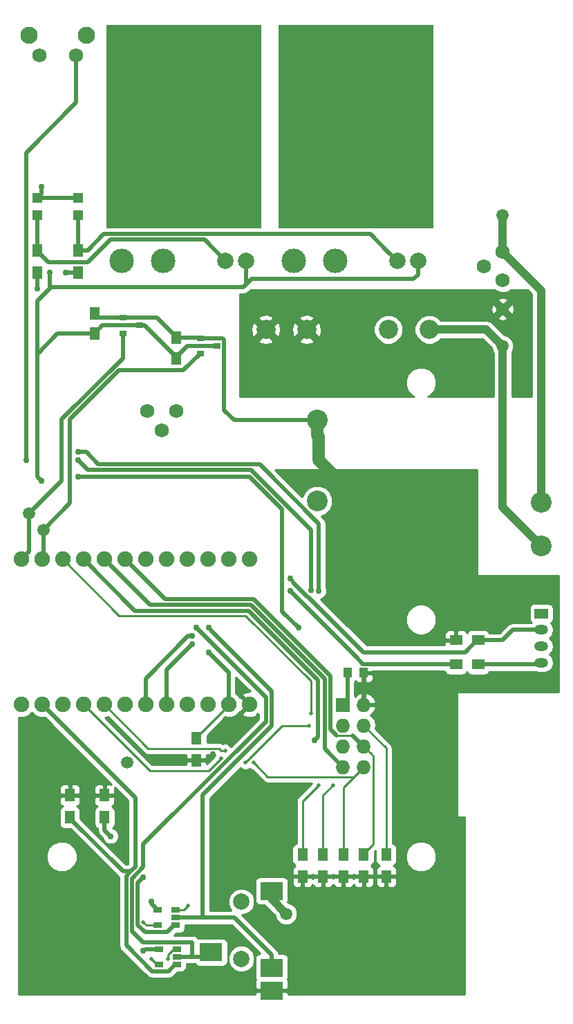
<source format=gtl>
G04 #@! TF.FileFunction,Copper,L1,Top,Signal*
%FSLAX46Y46*%
G04 Gerber Fmt 4.6, Leading zero omitted, Abs format (unit mm)*
G04 Created by KiCad (PCBNEW 4.0.5) date 01/03/17 14:11:24*
%MOMM*%
%LPD*%
G01*
G04 APERTURE LIST*
%ADD10C,0.100000*%
%ADD11C,3.000000*%
%ADD12C,2.000000*%
%ADD13R,19.000000X25.000000*%
%ADD14C,1.900000*%
%ADD15O,1.727200X1.727200*%
%ADD16R,1.727200X1.727200*%
%ADD17R,1.000000X1.250000*%
%ADD18R,1.250000X1.500000*%
%ADD19R,1.198880X1.198880*%
%ADD20C,2.349500*%
%ADD21R,2.800000X2.200000*%
%ADD22C,1.750000*%
%ADD23C,1.524000*%
%ADD24C,2.540000*%
%ADD25R,1.300000X1.500000*%
%ADD26R,1.500000X1.300000*%
%ADD27R,1.700000X1.200000*%
%ADD28O,1.700000X1.200000*%
%ADD29C,2.100000*%
%ADD30R,1.060000X0.650000*%
%ADD31R,0.900000X0.800000*%
%ADD32C,1.500000*%
%ADD33C,0.750000*%
%ADD34C,0.500000*%
%ADD35C,0.500000*%
%ADD36C,1.000000*%
%ADD37C,0.250000*%
%ADD38C,1.500000*%
%ADD39C,0.254000*%
G04 APERTURE END LIST*
D10*
D11*
X154380000Y-59580000D03*
X159460000Y-59580000D03*
D12*
X167080000Y-59580000D03*
X169620000Y-59580000D03*
D13*
X162000000Y-43150000D03*
D11*
X133380000Y-59580000D03*
X138460000Y-59580000D03*
D12*
X146080000Y-59580000D03*
X148620000Y-59580000D03*
D13*
X141000000Y-43150000D03*
D14*
X149000000Y-96110000D03*
X146460000Y-96110000D03*
X143920000Y-96110000D03*
X141380000Y-96110000D03*
X138840000Y-96110000D03*
X136300000Y-96110000D03*
X133760000Y-96110000D03*
X131220000Y-96110000D03*
X128680000Y-96110000D03*
X126140000Y-96110000D03*
X123600000Y-96110000D03*
X121060000Y-96110000D03*
X149000000Y-113890000D03*
X146460000Y-113890000D03*
X143920000Y-113890000D03*
X141380000Y-113890000D03*
X138840000Y-113890000D03*
X136300000Y-113890000D03*
X133760000Y-113890000D03*
X131220000Y-113890000D03*
X128680000Y-113890000D03*
X126140000Y-113890000D03*
X123600000Y-113890000D03*
X121060000Y-113890000D03*
D15*
X160460000Y-121540000D03*
X163000000Y-121540000D03*
X160460000Y-119000000D03*
X163000000Y-119000000D03*
X160460000Y-116460000D03*
X163000000Y-116460000D03*
D16*
X160460000Y-113920000D03*
D15*
X163000000Y-113920000D03*
D17*
X161000000Y-110000000D03*
X163000000Y-110000000D03*
D18*
X130000000Y-66000000D03*
X130000000Y-68500000D03*
X140000000Y-69000000D03*
X140000000Y-71500000D03*
D19*
X123000000Y-54000000D03*
X123000000Y-51901960D03*
X128000000Y-54000000D03*
X128000000Y-51901960D03*
D20*
X155997480Y-68000000D03*
X150998760Y-68000000D03*
X166000000Y-68000000D03*
X170998720Y-68000000D03*
D21*
X151700000Y-136700000D03*
X144300000Y-144200000D03*
X151700000Y-146100000D03*
D12*
X148000000Y-145000000D03*
D21*
X151700000Y-148900000D03*
D12*
X148000000Y-138000000D03*
D22*
X180000000Y-58500000D03*
X180000000Y-62000000D03*
X177700000Y-60250000D03*
D23*
X180000000Y-65500000D03*
D22*
X136500000Y-78000000D03*
X140000000Y-78000000D03*
X138250000Y-80300000D03*
D24*
X184716000Y-94493000D03*
X184716000Y-89184400D03*
X157284000Y-89006600D03*
X157284000Y-79100600D03*
D25*
X142500000Y-118000000D03*
X142500000Y-120700000D03*
D26*
X174300000Y-106000000D03*
X177000000Y-106000000D03*
X177000000Y-109000000D03*
X174300000Y-109000000D03*
D25*
X123000000Y-61000000D03*
X123000000Y-58300000D03*
X128000000Y-61000000D03*
X128000000Y-58300000D03*
D27*
X184750000Y-102750000D03*
D28*
X184750000Y-104750000D03*
X184750000Y-106750000D03*
X184750000Y-108750000D03*
D29*
X122000000Y-32000000D03*
D22*
X123260000Y-34490000D03*
X127760000Y-34490000D03*
D29*
X129010000Y-32000000D03*
D30*
X139950000Y-140900000D03*
X139950000Y-139950000D03*
X139950000Y-139000000D03*
X137750000Y-139000000D03*
X137750000Y-140900000D03*
X140100000Y-145700000D03*
X140100000Y-144750000D03*
X140100000Y-143800000D03*
X137900000Y-143800000D03*
X137900000Y-145700000D03*
D31*
X133500000Y-66550000D03*
X133500000Y-68450000D03*
X135500000Y-67500000D03*
X143000000Y-69050000D03*
X143000000Y-70950000D03*
X145000000Y-70000000D03*
D32*
X180000000Y-70000000D03*
X180000000Y-54000000D03*
X134000000Y-121000000D03*
X122000000Y-90500000D03*
X123750000Y-92500000D03*
D25*
X127000000Y-125000000D03*
X127000000Y-127700000D03*
X131250000Y-125000000D03*
X131250000Y-127700000D03*
X160500000Y-134950000D03*
X160500000Y-132250000D03*
X158000000Y-134950000D03*
X158000000Y-132250000D03*
X163000000Y-134950000D03*
X163000000Y-132250000D03*
X155500000Y-134950000D03*
X155500000Y-132250000D03*
X165750000Y-134950000D03*
X165750000Y-132250000D03*
D33*
X124500000Y-61000000D03*
X123500000Y-50500000D03*
D32*
X153500000Y-139500000D03*
D34*
X139000000Y-145000000D03*
X141500000Y-138500000D03*
D33*
X123500000Y-86500000D03*
D34*
X132500000Y-140500000D03*
X136000000Y-140500000D03*
X134000000Y-145000000D03*
X137000000Y-145000000D03*
D33*
X144500000Y-120000000D03*
D32*
X160000000Y-102000000D03*
D33*
X144000010Y-104500000D03*
X142500076Y-104500000D03*
X121625001Y-84000000D03*
X144000000Y-107500000D03*
X155000000Y-104500000D03*
X128000000Y-86000000D03*
X154000000Y-98500000D03*
X154000000Y-100000000D03*
X126500000Y-61000000D03*
X128000000Y-83000000D03*
X157500000Y-100000000D03*
X142000000Y-106500000D03*
X123000000Y-63000000D03*
X128000000Y-84000000D03*
X156500000Y-99879010D03*
X142000000Y-105500000D03*
X132000000Y-130000000D03*
X136000000Y-135000000D03*
X137000000Y-138000000D03*
X136000000Y-144000000D03*
D34*
X159250000Y-123750000D03*
X157500000Y-123750000D03*
D33*
X157000000Y-118250000D03*
D34*
X156500000Y-115000000D03*
X146000000Y-119500000D03*
X149500000Y-121000028D03*
X156250000Y-116500000D03*
X145500000Y-120500000D03*
X148500000Y-121000000D03*
D35*
X130000000Y-68500000D02*
X125500000Y-68500000D01*
X125500000Y-68500000D02*
X123000000Y-71000000D01*
X135500000Y-67500000D02*
X131000000Y-67500000D01*
X131000000Y-67500000D02*
X130000000Y-68500000D01*
X140000000Y-71500000D02*
X140000000Y-71375000D01*
X140000000Y-71375000D02*
X136125000Y-67500000D01*
X136125000Y-67500000D02*
X135500000Y-67500000D01*
X124700000Y-62800000D02*
X124500000Y-63000000D01*
X124500000Y-61000000D02*
X124500000Y-63000000D01*
X123000000Y-51901960D02*
X124099440Y-51901960D01*
X124099440Y-51901960D02*
X128000000Y-51901960D01*
X123500000Y-50500000D02*
X123500000Y-51401960D01*
X123500000Y-51401960D02*
X123000000Y-51901960D01*
X148250000Y-62800000D02*
X124700000Y-62800000D01*
X151700000Y-136700000D02*
X151700000Y-137700000D01*
D36*
X151700000Y-137700000D02*
X153500000Y-139500000D01*
D37*
X140100000Y-143800000D02*
X139700000Y-143800000D01*
X139700000Y-143800000D02*
X139000000Y-144500000D01*
X139000000Y-144500000D02*
X139000000Y-145000000D01*
X139950000Y-139000000D02*
X141000000Y-139000000D01*
X141000000Y-139000000D02*
X141500000Y-138500000D01*
D35*
X148620000Y-62430000D02*
X148250000Y-62800000D01*
X169097056Y-61800000D02*
X149250000Y-61800000D01*
X149250000Y-61800000D02*
X148250000Y-62800000D01*
X169620000Y-59580000D02*
X169620000Y-61277056D01*
X169620000Y-61277056D02*
X169097056Y-61800000D01*
X148620000Y-59580000D02*
X148620000Y-62430000D01*
X145050000Y-70000000D02*
X145000000Y-70000000D01*
X161000000Y-110000000D02*
X161000000Y-113380000D01*
X161000000Y-113380000D02*
X160460000Y-113920000D01*
X141375000Y-70000000D02*
X145000000Y-70000000D01*
X140000000Y-71375000D02*
X141375000Y-70000000D01*
X124500000Y-63000000D02*
X123000000Y-64500000D01*
X123000000Y-64500000D02*
X123000000Y-71000000D01*
X123000000Y-71000000D02*
X123000000Y-86000000D01*
X123000000Y-86000000D02*
X123500000Y-86500000D01*
D37*
X136400000Y-140900000D02*
X136000000Y-140500000D01*
X137750000Y-140900000D02*
X136400000Y-140900000D01*
X137900000Y-145700000D02*
X137700000Y-145700000D01*
X137700000Y-145700000D02*
X137000000Y-145000000D01*
D35*
X142500000Y-120700000D02*
X143800000Y-120700000D01*
X143800000Y-120700000D02*
X144500000Y-120000000D01*
D38*
X160500000Y-87000000D02*
X161500000Y-88000000D01*
X157500000Y-84000000D02*
X160500000Y-87000000D01*
X157500000Y-83500000D02*
X157500000Y-84000000D01*
X157500000Y-81112651D02*
X157500000Y-83500000D01*
X157284000Y-79100600D02*
X157284000Y-80896651D01*
X157284000Y-80896651D02*
X157500000Y-81112651D01*
D35*
X133500000Y-66550000D02*
X130550000Y-66550000D01*
X130550000Y-66550000D02*
X130000000Y-66000000D01*
X133500000Y-66550000D02*
X137675000Y-66550000D01*
X137675000Y-66550000D02*
X140000000Y-68875000D01*
X140000000Y-68875000D02*
X140000000Y-69000000D01*
X157284000Y-79100600D02*
X147100600Y-79100600D01*
X147100600Y-79100600D02*
X145900001Y-77900001D01*
X145900001Y-77900001D02*
X145900001Y-69239999D01*
X145900001Y-69239999D02*
X145710002Y-69050000D01*
X145710002Y-69050000D02*
X143950000Y-69050000D01*
X143950000Y-69050000D02*
X143000000Y-69050000D01*
X163000000Y-110000000D02*
X163000000Y-113920000D01*
X140000000Y-69000000D02*
X142950000Y-69000000D01*
X142950000Y-69000000D02*
X143000000Y-69050000D01*
X146080000Y-59580000D02*
X143500000Y-57000000D01*
X143500000Y-57000000D02*
X132000000Y-57000000D01*
X132000000Y-57000000D02*
X129200001Y-59799999D01*
X129200001Y-59799999D02*
X124399999Y-59799999D01*
X124399999Y-59799999D02*
X123000000Y-58400000D01*
X123000000Y-58400000D02*
X123000000Y-58300000D01*
X123000000Y-58300000D02*
X123000000Y-54000000D01*
X165880001Y-58380001D02*
X167080000Y-59580000D01*
X163799990Y-56299990D02*
X165880001Y-58380001D01*
X131150010Y-56299990D02*
X163799990Y-56299990D01*
X129150000Y-58300000D02*
X131150010Y-56299990D01*
X128000000Y-58300000D02*
X129150000Y-58300000D01*
X128000000Y-58300000D02*
X128000000Y-54000000D01*
D36*
X180000000Y-70000000D02*
X180000000Y-89777000D01*
X180000000Y-89777000D02*
X184716000Y-94493000D01*
X170998720Y-68000000D02*
X178000000Y-68000000D01*
X178000000Y-68000000D02*
X180000000Y-70000000D01*
D35*
X144375009Y-104874999D02*
X144000010Y-104500000D01*
X151750000Y-116500000D02*
X151750000Y-112249990D01*
X143250000Y-125000000D02*
X151750000Y-116500000D01*
X143250000Y-139950000D02*
X143250000Y-125000000D01*
X151750000Y-112249990D02*
X144375009Y-104874999D01*
X139950000Y-139950000D02*
X143250000Y-139950000D01*
X143250000Y-139950000D02*
X147150000Y-139950000D01*
X147150000Y-139950000D02*
X151700000Y-144500000D01*
X151700000Y-144500000D02*
X151700000Y-146100000D01*
X135974031Y-143000000D02*
X134599987Y-141625956D01*
X142500076Y-104500050D02*
X142500076Y-104500000D01*
X151000000Y-112999974D02*
X142500076Y-104500050D01*
X151000000Y-116000000D02*
X151000000Y-112999974D01*
X136000000Y-133778996D02*
X136000000Y-131000000D01*
X134599987Y-135179009D02*
X136000000Y-133778996D01*
X142000000Y-143000000D02*
X135974031Y-143000000D01*
X142000000Y-144750000D02*
X142000000Y-143000000D01*
X134599987Y-141625956D02*
X134599987Y-135179009D01*
X136000000Y-131000000D02*
X151000000Y-116000000D01*
X142000000Y-144750000D02*
X140100000Y-144750000D01*
X143750000Y-144750000D02*
X142000000Y-144750000D01*
X144300000Y-144200000D02*
X143750000Y-144750000D01*
D36*
X180000000Y-58500000D02*
X184716000Y-63216000D01*
X184716000Y-63216000D02*
X184716000Y-89184400D01*
X180000000Y-58500000D02*
X180000000Y-54000000D01*
D35*
X121625001Y-80958259D02*
X121625001Y-84000000D01*
X144000000Y-107500000D02*
X146460000Y-109960000D01*
X146460000Y-109960000D02*
X146460000Y-113890000D01*
X153000000Y-90000000D02*
X153000000Y-102500000D01*
X153000000Y-102500000D02*
X155000000Y-104500000D01*
X149000000Y-86000000D02*
X153000000Y-90000000D01*
X128000000Y-86000000D02*
X149000000Y-86000000D01*
X121625001Y-54000000D02*
X121625001Y-80958259D01*
D37*
X142500000Y-118000000D02*
X142500000Y-117900000D01*
X142500000Y-117900000D02*
X146460000Y-113940000D01*
X146460000Y-113940000D02*
X146460000Y-113890000D01*
D35*
X121625001Y-53374999D02*
X121625001Y-53274999D01*
X121625001Y-54000000D02*
X121625001Y-46364963D01*
X121625001Y-54000000D02*
X121625001Y-53374999D01*
X127760000Y-35727436D02*
X127760000Y-34490000D01*
X127760000Y-40229964D02*
X127760000Y-35727436D01*
X121625001Y-46364963D02*
X127760000Y-40229964D01*
X154374999Y-98874999D02*
X154000000Y-98500000D01*
X154374999Y-98975011D02*
X154374999Y-98874999D01*
X156204011Y-100704011D02*
X156103999Y-100704011D01*
X176900000Y-106000000D02*
X175400000Y-107500000D01*
X175400000Y-107500000D02*
X163000000Y-107500000D01*
X177000000Y-106000000D02*
X176900000Y-106000000D01*
X163000000Y-107500000D02*
X156204011Y-100704011D01*
X156103999Y-100704011D02*
X154374999Y-98975011D01*
X180000000Y-106000000D02*
X181250000Y-104750000D01*
X181250000Y-104750000D02*
X184750000Y-104750000D01*
X177000000Y-106000000D02*
X180000000Y-106000000D01*
X177000000Y-109000000D02*
X184500000Y-109000000D01*
X184500000Y-109000000D02*
X184750000Y-108750000D01*
X173000000Y-109000000D02*
X172924999Y-108924999D01*
X162924999Y-108924999D02*
X162000000Y-108000000D01*
X172924999Y-108924999D02*
X162924999Y-108924999D01*
X173050000Y-109000000D02*
X174300000Y-109000000D01*
X154000000Y-100000000D02*
X162000000Y-108000000D01*
X174300000Y-109000000D02*
X173000000Y-109000000D01*
X126500000Y-61000000D02*
X128000000Y-61000000D01*
X150231798Y-84500000D02*
X130500000Y-84500000D01*
X130500000Y-84500000D02*
X129000000Y-83000000D01*
X129000000Y-83000000D02*
X128000000Y-83000000D01*
X157500000Y-99500000D02*
X157500000Y-91768202D01*
X157500000Y-91768202D02*
X150231798Y-84500000D01*
X157500000Y-100000000D02*
X157500000Y-99500000D01*
X138840000Y-110160000D02*
X138840000Y-109660000D01*
X138840000Y-109660000D02*
X142000000Y-106500000D01*
X138840000Y-113890000D02*
X138840000Y-110160000D01*
X123000000Y-63000000D02*
X123000000Y-61000000D01*
X149200010Y-85200010D02*
X129200010Y-85200010D01*
X129200010Y-85200010D02*
X128000000Y-84000000D01*
X156500000Y-92500000D02*
X149200010Y-85200010D01*
X156500000Y-99879010D02*
X156500000Y-92500000D01*
X136300000Y-110700000D02*
X141500000Y-105500000D01*
X141500000Y-105500000D02*
X142000000Y-105500000D01*
X136300000Y-113890000D02*
X136300000Y-110700000D01*
X136188996Y-141725000D02*
X135299998Y-140836002D01*
X138920000Y-141725000D02*
X136188996Y-141725000D01*
X139745000Y-140900000D02*
X138920000Y-141725000D01*
X139950000Y-140900000D02*
X139745000Y-140900000D01*
X135299998Y-140836002D02*
X135299998Y-135700002D01*
X135625001Y-135374999D02*
X136000000Y-135000000D01*
X135299998Y-135700002D02*
X135625001Y-135374999D01*
X131250000Y-127700000D02*
X131250000Y-129250000D01*
X131250000Y-129250000D02*
X132000000Y-130000000D01*
X137000000Y-138000000D02*
X137000000Y-138250000D01*
X137000000Y-138250000D02*
X137750000Y-139000000D01*
X137900000Y-143800000D02*
X136200000Y-143800000D01*
X136200000Y-143800000D02*
X136000000Y-144000000D01*
X139895000Y-145700000D02*
X139070000Y-146525000D01*
X133899976Y-134889055D02*
X134474987Y-134314044D01*
X133899976Y-143364978D02*
X133899976Y-134889055D01*
X137059998Y-146525000D02*
X133899976Y-143364978D01*
X139070000Y-146525000D02*
X137059998Y-146525000D01*
X140100000Y-145700000D02*
X139895000Y-145700000D01*
X134474987Y-134314044D02*
X133514044Y-134314044D01*
X133514044Y-134314044D02*
X127000000Y-127800000D01*
X127000000Y-127800000D02*
X127000000Y-127700000D01*
X124549999Y-114839999D02*
X123600000Y-113890000D01*
X135000000Y-125290000D02*
X124549999Y-114839999D01*
X135000000Y-133789031D02*
X135000000Y-125290000D01*
X134474987Y-134314044D02*
X135000000Y-133789031D01*
D37*
X163000000Y-132250000D02*
X163000000Y-132150000D01*
X163000000Y-132150000D02*
X164188601Y-130961399D01*
X164188601Y-130961399D02*
X164188601Y-120188601D01*
X164188601Y-120188601D02*
X163863599Y-119863599D01*
X163863599Y-119863599D02*
X163000000Y-119000000D01*
D35*
X158924999Y-110424999D02*
X149500000Y-101000000D01*
X133760000Y-96110000D02*
X138650000Y-101000000D01*
X138650000Y-101000000D02*
X149500000Y-101000000D01*
X163000000Y-119000000D02*
X161648601Y-117648601D01*
X158924999Y-116924999D02*
X158924999Y-110424999D01*
X159648601Y-117648601D02*
X158924999Y-116924999D01*
D37*
X161648601Y-117648601D02*
X159648601Y-117648601D01*
X158000000Y-132250000D02*
X158000000Y-125000000D01*
X158000000Y-125000000D02*
X159250000Y-123750000D01*
D35*
X160460000Y-121540000D02*
X158224989Y-119304989D01*
X158224989Y-119304989D02*
X158224989Y-110724989D01*
X158224989Y-110724989D02*
X149200010Y-101700010D01*
X149200010Y-101700010D02*
X136810010Y-101700010D01*
X136810010Y-101700010D02*
X131220000Y-96110000D01*
D37*
X155500000Y-132250000D02*
X155500000Y-125750000D01*
X155500000Y-125750000D02*
X157500000Y-123750000D01*
D35*
X157374999Y-110874999D02*
X157374999Y-117875001D01*
X157374999Y-117875001D02*
X157000000Y-118250000D01*
X128680000Y-96110000D02*
X134970020Y-102400020D01*
X148900020Y-102400020D02*
X157374999Y-110874999D01*
X134970020Y-102400020D02*
X148900020Y-102400020D01*
D37*
X165750000Y-132250000D02*
X165750000Y-119210000D01*
X165750000Y-119210000D02*
X163000000Y-116460000D01*
X148500000Y-103000000D02*
X133030000Y-103000000D01*
X133030000Y-103000000D02*
X126140000Y-96110000D01*
X156500000Y-111000000D02*
X148500000Y-103000000D01*
X156500000Y-115000000D02*
X156500000Y-111000000D01*
D35*
X126000000Y-79000000D02*
X126000000Y-86500000D01*
X126000000Y-86500000D02*
X122000000Y-90500000D01*
X133500000Y-71500000D02*
X126000000Y-79000000D01*
X133500000Y-68450000D02*
X133500000Y-71500000D01*
X122000000Y-95170000D02*
X121060000Y-96110000D01*
X122000000Y-90500000D02*
X122000000Y-95170000D01*
X123750000Y-92500000D02*
X127000000Y-89250000D01*
X127000000Y-79000000D02*
X133000000Y-73000000D01*
X127000000Y-89250000D02*
X127000000Y-79000000D01*
X133000000Y-73000000D02*
X140900000Y-73000000D01*
X140900000Y-73000000D02*
X142950000Y-70950000D01*
X142950000Y-70950000D02*
X143000000Y-70950000D01*
X123750000Y-92500000D02*
X123750000Y-95960000D01*
X123750000Y-95960000D02*
X123600000Y-96110000D01*
X124000000Y-95710000D02*
X123600000Y-96110000D01*
D37*
X161811399Y-122728601D02*
X161750000Y-122728601D01*
X161750000Y-122728601D02*
X151228573Y-122728601D01*
X160500000Y-132250000D02*
X160500000Y-124040000D01*
X160500000Y-124040000D02*
X161750000Y-122790000D01*
X161750000Y-122790000D02*
X161750000Y-122728601D01*
X146000000Y-119500000D02*
X145499998Y-119500000D01*
X145499998Y-119500000D02*
X145249997Y-119249999D01*
X149749999Y-121250027D02*
X149500000Y-121000028D01*
X163000000Y-121540000D02*
X161811399Y-122728601D01*
X151228573Y-122728601D02*
X149749999Y-121250027D01*
X136579999Y-119249999D02*
X145249997Y-119249999D01*
X131220000Y-113890000D02*
X136579999Y-119249999D01*
X155896447Y-116500000D02*
X156250000Y-116500000D01*
X153000000Y-116500000D02*
X155896447Y-116500000D01*
X148500000Y-121000000D02*
X153000000Y-116500000D01*
X145500000Y-120500000D02*
X144000000Y-122000000D01*
X144000000Y-122000000D02*
X136790000Y-122000000D01*
X136790000Y-122000000D02*
X128680000Y-113890000D01*
D39*
G36*
X179143537Y-63279370D02*
X179698325Y-63509738D01*
X180299040Y-63510262D01*
X180854229Y-63280862D01*
X181008360Y-63127000D01*
X183021868Y-63127000D01*
X183581000Y-63686132D01*
X183581000Y-76173000D01*
X181135000Y-76173000D01*
X181135000Y-70823958D01*
X181173461Y-70785564D01*
X181384759Y-70276702D01*
X181385240Y-69725715D01*
X181174831Y-69216485D01*
X180785564Y-68826539D01*
X180276702Y-68615241D01*
X180220324Y-68615192D01*
X178802566Y-67197434D01*
X178796639Y-67193474D01*
X178434346Y-66951397D01*
X178000000Y-66865000D01*
X172422842Y-66865000D01*
X172152003Y-66593688D01*
X179363103Y-66593688D01*
X179445900Y-66812174D01*
X179990226Y-66924336D01*
X180536039Y-66819655D01*
X180554100Y-66812174D01*
X180636897Y-66593688D01*
X180000000Y-65956791D01*
X179363103Y-66593688D01*
X172152003Y-66593688D01*
X172025199Y-66466663D01*
X171360281Y-66190565D01*
X170640318Y-66189937D01*
X169974918Y-66464874D01*
X169465383Y-66973521D01*
X169189285Y-67638439D01*
X169188657Y-68358402D01*
X169463594Y-69023802D01*
X169972241Y-69533337D01*
X170637159Y-69809435D01*
X171357122Y-69810063D01*
X172022522Y-69535126D01*
X172423347Y-69135000D01*
X177529868Y-69135000D01*
X178614807Y-70219939D01*
X178614760Y-70274285D01*
X178825169Y-70783515D01*
X178865000Y-70823415D01*
X178865000Y-76173000D01*
X170887174Y-76173000D01*
X171066372Y-76098957D01*
X171597093Y-75569161D01*
X171884672Y-74876595D01*
X171885326Y-74126695D01*
X171598957Y-73433628D01*
X171069161Y-72902907D01*
X170376595Y-72615328D01*
X169626695Y-72614674D01*
X168933628Y-72901043D01*
X168402907Y-73430839D01*
X168115328Y-74123405D01*
X168114674Y-74873305D01*
X168401043Y-75566372D01*
X168930839Y-76097093D01*
X169113643Y-76173000D01*
X147827000Y-76173000D01*
X147827000Y-69398823D01*
X150056728Y-69398823D01*
X150192234Y-69659608D01*
X150888732Y-69841922D01*
X151601980Y-69743820D01*
X151805286Y-69659608D01*
X151940792Y-69398823D01*
X155055448Y-69398823D01*
X155190954Y-69659608D01*
X155887452Y-69841922D01*
X156600700Y-69743820D01*
X156804006Y-69659608D01*
X156939512Y-69398823D01*
X155997480Y-68456791D01*
X155055448Y-69398823D01*
X151940792Y-69398823D01*
X150998760Y-68456791D01*
X150056728Y-69398823D01*
X147827000Y-69398823D01*
X147827000Y-67889972D01*
X149156838Y-67889972D01*
X149254940Y-68603220D01*
X149339152Y-68806526D01*
X149599937Y-68942032D01*
X150541969Y-68000000D01*
X151455551Y-68000000D01*
X152397583Y-68942032D01*
X152658368Y-68806526D01*
X152840682Y-68110028D01*
X152810415Y-67889972D01*
X154155558Y-67889972D01*
X154253660Y-68603220D01*
X154337872Y-68806526D01*
X154598657Y-68942032D01*
X155540689Y-68000000D01*
X156454271Y-68000000D01*
X157396303Y-68942032D01*
X157657088Y-68806526D01*
X157774388Y-68358402D01*
X164189937Y-68358402D01*
X164464874Y-69023802D01*
X164973521Y-69533337D01*
X165638439Y-69809435D01*
X166358402Y-69810063D01*
X167023802Y-69535126D01*
X167533337Y-69026479D01*
X167809435Y-68361561D01*
X167810063Y-67641598D01*
X167535126Y-66976198D01*
X167026479Y-66466663D01*
X166361561Y-66190565D01*
X165641598Y-66189937D01*
X164976198Y-66464874D01*
X164466663Y-66973521D01*
X164190565Y-67638439D01*
X164189937Y-68358402D01*
X157774388Y-68358402D01*
X157839402Y-68110028D01*
X157741300Y-67396780D01*
X157657088Y-67193474D01*
X157396303Y-67057968D01*
X156454271Y-68000000D01*
X155540689Y-68000000D01*
X154598657Y-67057968D01*
X154337872Y-67193474D01*
X154155558Y-67889972D01*
X152810415Y-67889972D01*
X152742580Y-67396780D01*
X152658368Y-67193474D01*
X152397583Y-67057968D01*
X151455551Y-68000000D01*
X150541969Y-68000000D01*
X149599937Y-67057968D01*
X149339152Y-67193474D01*
X149156838Y-67889972D01*
X147827000Y-67889972D01*
X147827000Y-66601177D01*
X150056728Y-66601177D01*
X150998760Y-67543209D01*
X151940792Y-66601177D01*
X155055448Y-66601177D01*
X155997480Y-67543209D01*
X156939512Y-66601177D01*
X156804006Y-66340392D01*
X156107508Y-66158078D01*
X155394260Y-66256180D01*
X155190954Y-66340392D01*
X155055448Y-66601177D01*
X151940792Y-66601177D01*
X151805286Y-66340392D01*
X151108788Y-66158078D01*
X150395540Y-66256180D01*
X150192234Y-66340392D01*
X150056728Y-66601177D01*
X147827000Y-66601177D01*
X147827000Y-65490226D01*
X178575664Y-65490226D01*
X178680345Y-66036039D01*
X178687826Y-66054100D01*
X178906312Y-66136897D01*
X179543209Y-65500000D01*
X180456791Y-65500000D01*
X181093688Y-66136897D01*
X181312174Y-66054100D01*
X181424336Y-65509774D01*
X181319655Y-64963961D01*
X181312174Y-64945900D01*
X181093688Y-64863103D01*
X180456791Y-65500000D01*
X179543209Y-65500000D01*
X178906312Y-64863103D01*
X178687826Y-64945900D01*
X178575664Y-65490226D01*
X147827000Y-65490226D01*
X147827000Y-64406312D01*
X179363103Y-64406312D01*
X180000000Y-65043209D01*
X180636897Y-64406312D01*
X180554100Y-64187826D01*
X180009774Y-64075664D01*
X179463961Y-64180345D01*
X179445900Y-64187826D01*
X179363103Y-64406312D01*
X147827000Y-64406312D01*
X147827000Y-63685000D01*
X148249995Y-63685000D01*
X148250000Y-63685001D01*
X148532484Y-63628810D01*
X148588675Y-63617633D01*
X148875790Y-63425790D01*
X149174580Y-63127000D01*
X178991433Y-63127000D01*
X179143537Y-63279370D01*
X179143537Y-63279370D01*
G37*
X179143537Y-63279370D02*
X179698325Y-63509738D01*
X180299040Y-63510262D01*
X180854229Y-63280862D01*
X181008360Y-63127000D01*
X183021868Y-63127000D01*
X183581000Y-63686132D01*
X183581000Y-76173000D01*
X181135000Y-76173000D01*
X181135000Y-70823958D01*
X181173461Y-70785564D01*
X181384759Y-70276702D01*
X181385240Y-69725715D01*
X181174831Y-69216485D01*
X180785564Y-68826539D01*
X180276702Y-68615241D01*
X180220324Y-68615192D01*
X178802566Y-67197434D01*
X178796639Y-67193474D01*
X178434346Y-66951397D01*
X178000000Y-66865000D01*
X172422842Y-66865000D01*
X172152003Y-66593688D01*
X179363103Y-66593688D01*
X179445900Y-66812174D01*
X179990226Y-66924336D01*
X180536039Y-66819655D01*
X180554100Y-66812174D01*
X180636897Y-66593688D01*
X180000000Y-65956791D01*
X179363103Y-66593688D01*
X172152003Y-66593688D01*
X172025199Y-66466663D01*
X171360281Y-66190565D01*
X170640318Y-66189937D01*
X169974918Y-66464874D01*
X169465383Y-66973521D01*
X169189285Y-67638439D01*
X169188657Y-68358402D01*
X169463594Y-69023802D01*
X169972241Y-69533337D01*
X170637159Y-69809435D01*
X171357122Y-69810063D01*
X172022522Y-69535126D01*
X172423347Y-69135000D01*
X177529868Y-69135000D01*
X178614807Y-70219939D01*
X178614760Y-70274285D01*
X178825169Y-70783515D01*
X178865000Y-70823415D01*
X178865000Y-76173000D01*
X170887174Y-76173000D01*
X171066372Y-76098957D01*
X171597093Y-75569161D01*
X171884672Y-74876595D01*
X171885326Y-74126695D01*
X171598957Y-73433628D01*
X171069161Y-72902907D01*
X170376595Y-72615328D01*
X169626695Y-72614674D01*
X168933628Y-72901043D01*
X168402907Y-73430839D01*
X168115328Y-74123405D01*
X168114674Y-74873305D01*
X168401043Y-75566372D01*
X168930839Y-76097093D01*
X169113643Y-76173000D01*
X147827000Y-76173000D01*
X147827000Y-69398823D01*
X150056728Y-69398823D01*
X150192234Y-69659608D01*
X150888732Y-69841922D01*
X151601980Y-69743820D01*
X151805286Y-69659608D01*
X151940792Y-69398823D01*
X155055448Y-69398823D01*
X155190954Y-69659608D01*
X155887452Y-69841922D01*
X156600700Y-69743820D01*
X156804006Y-69659608D01*
X156939512Y-69398823D01*
X155997480Y-68456791D01*
X155055448Y-69398823D01*
X151940792Y-69398823D01*
X150998760Y-68456791D01*
X150056728Y-69398823D01*
X147827000Y-69398823D01*
X147827000Y-67889972D01*
X149156838Y-67889972D01*
X149254940Y-68603220D01*
X149339152Y-68806526D01*
X149599937Y-68942032D01*
X150541969Y-68000000D01*
X151455551Y-68000000D01*
X152397583Y-68942032D01*
X152658368Y-68806526D01*
X152840682Y-68110028D01*
X152810415Y-67889972D01*
X154155558Y-67889972D01*
X154253660Y-68603220D01*
X154337872Y-68806526D01*
X154598657Y-68942032D01*
X155540689Y-68000000D01*
X156454271Y-68000000D01*
X157396303Y-68942032D01*
X157657088Y-68806526D01*
X157774388Y-68358402D01*
X164189937Y-68358402D01*
X164464874Y-69023802D01*
X164973521Y-69533337D01*
X165638439Y-69809435D01*
X166358402Y-69810063D01*
X167023802Y-69535126D01*
X167533337Y-69026479D01*
X167809435Y-68361561D01*
X167810063Y-67641598D01*
X167535126Y-66976198D01*
X167026479Y-66466663D01*
X166361561Y-66190565D01*
X165641598Y-66189937D01*
X164976198Y-66464874D01*
X164466663Y-66973521D01*
X164190565Y-67638439D01*
X164189937Y-68358402D01*
X157774388Y-68358402D01*
X157839402Y-68110028D01*
X157741300Y-67396780D01*
X157657088Y-67193474D01*
X157396303Y-67057968D01*
X156454271Y-68000000D01*
X155540689Y-68000000D01*
X154598657Y-67057968D01*
X154337872Y-67193474D01*
X154155558Y-67889972D01*
X152810415Y-67889972D01*
X152742580Y-67396780D01*
X152658368Y-67193474D01*
X152397583Y-67057968D01*
X151455551Y-68000000D01*
X150541969Y-68000000D01*
X149599937Y-67057968D01*
X149339152Y-67193474D01*
X149156838Y-67889972D01*
X147827000Y-67889972D01*
X147827000Y-66601177D01*
X150056728Y-66601177D01*
X150998760Y-67543209D01*
X151940792Y-66601177D01*
X155055448Y-66601177D01*
X155997480Y-67543209D01*
X156939512Y-66601177D01*
X156804006Y-66340392D01*
X156107508Y-66158078D01*
X155394260Y-66256180D01*
X155190954Y-66340392D01*
X155055448Y-66601177D01*
X151940792Y-66601177D01*
X151805286Y-66340392D01*
X151108788Y-66158078D01*
X150395540Y-66256180D01*
X150192234Y-66340392D01*
X150056728Y-66601177D01*
X147827000Y-66601177D01*
X147827000Y-65490226D01*
X178575664Y-65490226D01*
X178680345Y-66036039D01*
X178687826Y-66054100D01*
X178906312Y-66136897D01*
X179543209Y-65500000D01*
X180456791Y-65500000D01*
X181093688Y-66136897D01*
X181312174Y-66054100D01*
X181424336Y-65509774D01*
X181319655Y-64963961D01*
X181312174Y-64945900D01*
X181093688Y-64863103D01*
X180456791Y-65500000D01*
X179543209Y-65500000D01*
X178906312Y-64863103D01*
X178687826Y-64945900D01*
X178575664Y-65490226D01*
X147827000Y-65490226D01*
X147827000Y-64406312D01*
X179363103Y-64406312D01*
X180000000Y-65043209D01*
X180636897Y-64406312D01*
X180554100Y-64187826D01*
X180009774Y-64075664D01*
X179463961Y-64180345D01*
X179445900Y-64187826D01*
X179363103Y-64406312D01*
X147827000Y-64406312D01*
X147827000Y-63685000D01*
X148249995Y-63685000D01*
X148250000Y-63685001D01*
X148532484Y-63628810D01*
X148588675Y-63617633D01*
X148875790Y-63425790D01*
X149174580Y-63127000D01*
X178991433Y-63127000D01*
X179143537Y-63279370D01*
G36*
X176873000Y-98000000D02*
X176883006Y-98049410D01*
X176911447Y-98091035D01*
X176953841Y-98118315D01*
X177000000Y-98127000D01*
X186815000Y-98127000D01*
X186815000Y-112373000D01*
X174500000Y-112373000D01*
X174453841Y-112381685D01*
X174411447Y-112408965D01*
X174383006Y-112450590D01*
X174373000Y-112500000D01*
X174373000Y-127500000D01*
X174381685Y-127546159D01*
X174408965Y-127588553D01*
X174450590Y-127616994D01*
X174500000Y-127627000D01*
X175373000Y-127627000D01*
X175373000Y-133640947D01*
X175328162Y-133866363D01*
X175328162Y-133933830D01*
X175315000Y-134000000D01*
X175315000Y-149315000D01*
X153735000Y-149315000D01*
X153735000Y-149185750D01*
X153576250Y-149027000D01*
X151827000Y-149027000D01*
X151827000Y-149047000D01*
X151573000Y-149047000D01*
X151573000Y-149027000D01*
X149823750Y-149027000D01*
X149665000Y-149185750D01*
X149665000Y-149315000D01*
X120685000Y-149315000D01*
X120685000Y-132873305D01*
X124114674Y-132873305D01*
X124401043Y-133566372D01*
X124930839Y-134097093D01*
X125623405Y-134384672D01*
X126373305Y-134385326D01*
X127066372Y-134098957D01*
X127597093Y-133569161D01*
X127884672Y-132876595D01*
X127885326Y-132126695D01*
X127598957Y-131433628D01*
X127069161Y-130902907D01*
X126376595Y-130615328D01*
X125626695Y-130614674D01*
X124933628Y-130901043D01*
X124402907Y-131430839D01*
X124115328Y-132123405D01*
X124114674Y-132873305D01*
X120685000Y-132873305D01*
X120685000Y-124123691D01*
X125715000Y-124123691D01*
X125715000Y-124714250D01*
X125873750Y-124873000D01*
X126873000Y-124873000D01*
X126873000Y-123773750D01*
X127127000Y-123773750D01*
X127127000Y-124873000D01*
X128126250Y-124873000D01*
X128285000Y-124714250D01*
X128285000Y-124123691D01*
X129965000Y-124123691D01*
X129965000Y-124714250D01*
X130123750Y-124873000D01*
X131123000Y-124873000D01*
X131123000Y-123773750D01*
X130964250Y-123615000D01*
X130473690Y-123615000D01*
X130240301Y-123711673D01*
X130061673Y-123890302D01*
X129965000Y-124123691D01*
X128285000Y-124123691D01*
X128188327Y-123890302D01*
X128009699Y-123711673D01*
X127776310Y-123615000D01*
X127285750Y-123615000D01*
X127127000Y-123773750D01*
X126873000Y-123773750D01*
X126714250Y-123615000D01*
X126223690Y-123615000D01*
X125990301Y-123711673D01*
X125811673Y-123890302D01*
X125715000Y-124123691D01*
X120685000Y-124123691D01*
X120685000Y-115450499D01*
X120743341Y-115474724D01*
X121373893Y-115475275D01*
X121956657Y-115234481D01*
X122330261Y-114861529D01*
X122700997Y-115232914D01*
X123283341Y-115474724D01*
X123913893Y-115475275D01*
X123927905Y-115469485D01*
X132106733Y-123648312D01*
X132026310Y-123615000D01*
X131535750Y-123615000D01*
X131377000Y-123773750D01*
X131377000Y-124873000D01*
X132376250Y-124873000D01*
X132535000Y-124714250D01*
X132535000Y-124123691D01*
X132501687Y-124043266D01*
X134115000Y-125656579D01*
X134115000Y-133422452D01*
X134108407Y-133429044D01*
X133880623Y-133429044D01*
X128297440Y-127845860D01*
X128297440Y-126950000D01*
X129952560Y-126950000D01*
X129952560Y-128450000D01*
X129996838Y-128685317D01*
X130135910Y-128901441D01*
X130348110Y-129046431D01*
X130365000Y-129049851D01*
X130365000Y-129249995D01*
X130364999Y-129250000D01*
X130421190Y-129532484D01*
X130432367Y-129588675D01*
X130455785Y-129623722D01*
X130624210Y-129875790D01*
X131018965Y-130270545D01*
X131143264Y-130571372D01*
X131427134Y-130855737D01*
X131798217Y-131009824D01*
X132200020Y-131010175D01*
X132571372Y-130856736D01*
X132855737Y-130572866D01*
X133009824Y-130201783D01*
X133010175Y-129799980D01*
X132856736Y-129428628D01*
X132572866Y-129144263D01*
X132270140Y-129018560D01*
X132238406Y-128986826D01*
X132351441Y-128914090D01*
X132496431Y-128701890D01*
X132547440Y-128450000D01*
X132547440Y-126950000D01*
X132503162Y-126714683D01*
X132364090Y-126498559D01*
X132151890Y-126353569D01*
X132118510Y-126346809D01*
X132259699Y-126288327D01*
X132438327Y-126109698D01*
X132535000Y-125876309D01*
X132535000Y-125285750D01*
X132376250Y-125127000D01*
X131377000Y-125127000D01*
X131377000Y-125147000D01*
X131123000Y-125147000D01*
X131123000Y-125127000D01*
X130123750Y-125127000D01*
X129965000Y-125285750D01*
X129965000Y-125876309D01*
X130061673Y-126109698D01*
X130240301Y-126288327D01*
X130376287Y-126344654D01*
X130364683Y-126346838D01*
X130148559Y-126485910D01*
X130003569Y-126698110D01*
X129952560Y-126950000D01*
X128297440Y-126950000D01*
X128253162Y-126714683D01*
X128114090Y-126498559D01*
X127901890Y-126353569D01*
X127868510Y-126346809D01*
X128009699Y-126288327D01*
X128188327Y-126109698D01*
X128285000Y-125876309D01*
X128285000Y-125285750D01*
X128126250Y-125127000D01*
X127127000Y-125127000D01*
X127127000Y-125147000D01*
X126873000Y-125147000D01*
X126873000Y-125127000D01*
X125873750Y-125127000D01*
X125715000Y-125285750D01*
X125715000Y-125876309D01*
X125811673Y-126109698D01*
X125990301Y-126288327D01*
X126126287Y-126344654D01*
X126114683Y-126346838D01*
X125898559Y-126485910D01*
X125753569Y-126698110D01*
X125702560Y-126950000D01*
X125702560Y-128450000D01*
X125746838Y-128685317D01*
X125885910Y-128901441D01*
X126098110Y-129046431D01*
X126350000Y-129097440D01*
X127045860Y-129097440D01*
X132888252Y-134939831D01*
X132888254Y-134939834D01*
X133014976Y-135024506D01*
X133014976Y-143364973D01*
X133014975Y-143364978D01*
X133056595Y-143574211D01*
X133082343Y-143703653D01*
X133203515Y-143885001D01*
X133274186Y-143990768D01*
X136434206Y-147150787D01*
X136434208Y-147150790D01*
X136721323Y-147342633D01*
X136777514Y-147353810D01*
X137059998Y-147410001D01*
X137060003Y-147410000D01*
X139069995Y-147410000D01*
X139070000Y-147410001D01*
X139352484Y-147353810D01*
X139408675Y-147342633D01*
X139695790Y-147150790D01*
X140174139Y-146672440D01*
X140630000Y-146672440D01*
X140865317Y-146628162D01*
X141081441Y-146489090D01*
X141226431Y-146276890D01*
X141277440Y-146025000D01*
X141277440Y-145635000D01*
X142360982Y-145635000D01*
X142435910Y-145751441D01*
X142648110Y-145896431D01*
X142900000Y-145947440D01*
X145700000Y-145947440D01*
X145935317Y-145903162D01*
X146151441Y-145764090D01*
X146296431Y-145551890D01*
X146342621Y-145323795D01*
X146364716Y-145323795D01*
X146613106Y-145924943D01*
X147072637Y-146385278D01*
X147673352Y-146634716D01*
X148323795Y-146635284D01*
X148924943Y-146386894D01*
X149385278Y-145927363D01*
X149634716Y-145326648D01*
X149635284Y-144676205D01*
X149386894Y-144075057D01*
X148927363Y-143614722D01*
X148326648Y-143365284D01*
X147676205Y-143364716D01*
X147075057Y-143613106D01*
X146614722Y-144072637D01*
X146365284Y-144673352D01*
X146364716Y-145323795D01*
X146342621Y-145323795D01*
X146347440Y-145300000D01*
X146347440Y-143100000D01*
X146303162Y-142864683D01*
X146164090Y-142648559D01*
X145951890Y-142503569D01*
X145700000Y-142452560D01*
X142900000Y-142452560D01*
X142702920Y-142489643D01*
X142625790Y-142374210D01*
X142338675Y-142182367D01*
X142000000Y-142115000D01*
X139781580Y-142115000D01*
X140024139Y-141872440D01*
X140480000Y-141872440D01*
X140715317Y-141828162D01*
X140931441Y-141689090D01*
X141076431Y-141476890D01*
X141127440Y-141225000D01*
X141127440Y-140835000D01*
X146783420Y-140835000D01*
X150300981Y-144352560D01*
X150300000Y-144352560D01*
X150064683Y-144396838D01*
X149848559Y-144535910D01*
X149703569Y-144748110D01*
X149652560Y-145000000D01*
X149652560Y-147200000D01*
X149696838Y-147435317D01*
X149737539Y-147498568D01*
X149665000Y-147673691D01*
X149665000Y-148614250D01*
X149823750Y-148773000D01*
X151573000Y-148773000D01*
X151573000Y-148753000D01*
X151827000Y-148753000D01*
X151827000Y-148773000D01*
X153576250Y-148773000D01*
X153735000Y-148614250D01*
X153735000Y-147673691D01*
X153663245Y-147500459D01*
X153696431Y-147451890D01*
X153747440Y-147200000D01*
X153747440Y-145000000D01*
X153703162Y-144764683D01*
X153564090Y-144548559D01*
X153351890Y-144403569D01*
X153100000Y-144352560D01*
X152555673Y-144352560D01*
X152517633Y-144161326D01*
X152517633Y-144161325D01*
X152325790Y-143874210D01*
X152325787Y-143874208D01*
X148086657Y-139635077D01*
X148323795Y-139635284D01*
X148924943Y-139386894D01*
X149385278Y-138927363D01*
X149634716Y-138326648D01*
X149635284Y-137676205D01*
X149386894Y-137075057D01*
X148927363Y-136614722D01*
X148326648Y-136365284D01*
X147676205Y-136364716D01*
X147075057Y-136613106D01*
X146614722Y-137072637D01*
X146365284Y-137673352D01*
X146364716Y-138323795D01*
X146613106Y-138924943D01*
X146752918Y-139065000D01*
X144135000Y-139065000D01*
X144135000Y-135600000D01*
X149652560Y-135600000D01*
X149652560Y-137800000D01*
X149696838Y-138035317D01*
X149835910Y-138251441D01*
X150048110Y-138396431D01*
X150300000Y-138447440D01*
X150860600Y-138447440D01*
X150897434Y-138502566D01*
X152114807Y-139719939D01*
X152114760Y-139774285D01*
X152325169Y-140283515D01*
X152714436Y-140673461D01*
X153223298Y-140884759D01*
X153774285Y-140885240D01*
X154283515Y-140674831D01*
X154673461Y-140285564D01*
X154884759Y-139776702D01*
X154885240Y-139225715D01*
X154674831Y-138716485D01*
X154285564Y-138326539D01*
X153776702Y-138115241D01*
X153720324Y-138115192D01*
X153680434Y-138075302D01*
X153696431Y-138051890D01*
X153747440Y-137800000D01*
X153747440Y-135600000D01*
X153703162Y-135364683D01*
X153620196Y-135235750D01*
X154215000Y-135235750D01*
X154215000Y-135826309D01*
X154311673Y-136059698D01*
X154490301Y-136238327D01*
X154723690Y-136335000D01*
X155214250Y-136335000D01*
X155373000Y-136176250D01*
X155373000Y-135077000D01*
X155627000Y-135077000D01*
X155627000Y-136176250D01*
X155785750Y-136335000D01*
X156276310Y-136335000D01*
X156509699Y-136238327D01*
X156688327Y-136059698D01*
X156750000Y-135910806D01*
X156811673Y-136059698D01*
X156990301Y-136238327D01*
X157223690Y-136335000D01*
X157714250Y-136335000D01*
X157873000Y-136176250D01*
X157873000Y-135077000D01*
X158127000Y-135077000D01*
X158127000Y-136176250D01*
X158285750Y-136335000D01*
X158776310Y-136335000D01*
X159009699Y-136238327D01*
X159188327Y-136059698D01*
X159250000Y-135910806D01*
X159311673Y-136059698D01*
X159490301Y-136238327D01*
X159723690Y-136335000D01*
X160214250Y-136335000D01*
X160373000Y-136176250D01*
X160373000Y-135077000D01*
X160627000Y-135077000D01*
X160627000Y-136176250D01*
X160785750Y-136335000D01*
X161276310Y-136335000D01*
X161509699Y-136238327D01*
X161688327Y-136059698D01*
X161750000Y-135910806D01*
X161811673Y-136059698D01*
X161990301Y-136238327D01*
X162223690Y-136335000D01*
X162714250Y-136335000D01*
X162873000Y-136176250D01*
X162873000Y-135077000D01*
X163127000Y-135077000D01*
X163127000Y-136176250D01*
X163285750Y-136335000D01*
X163776310Y-136335000D01*
X164009699Y-136238327D01*
X164188327Y-136059698D01*
X164285000Y-135826309D01*
X164285000Y-135235750D01*
X164465000Y-135235750D01*
X164465000Y-135826309D01*
X164561673Y-136059698D01*
X164740301Y-136238327D01*
X164973690Y-136335000D01*
X165464250Y-136335000D01*
X165623000Y-136176250D01*
X165623000Y-135077000D01*
X165877000Y-135077000D01*
X165877000Y-136176250D01*
X166035750Y-136335000D01*
X166526310Y-136335000D01*
X166759699Y-136238327D01*
X166938327Y-136059698D01*
X167035000Y-135826309D01*
X167035000Y-135235750D01*
X166876250Y-135077000D01*
X165877000Y-135077000D01*
X165623000Y-135077000D01*
X164623750Y-135077000D01*
X164465000Y-135235750D01*
X164285000Y-135235750D01*
X164126250Y-135077000D01*
X163127000Y-135077000D01*
X162873000Y-135077000D01*
X161873750Y-135077000D01*
X161750000Y-135200750D01*
X161626250Y-135077000D01*
X160627000Y-135077000D01*
X160373000Y-135077000D01*
X159373750Y-135077000D01*
X159250000Y-135200750D01*
X159126250Y-135077000D01*
X158127000Y-135077000D01*
X157873000Y-135077000D01*
X156873750Y-135077000D01*
X156750000Y-135200750D01*
X156626250Y-135077000D01*
X155627000Y-135077000D01*
X155373000Y-135077000D01*
X154373750Y-135077000D01*
X154215000Y-135235750D01*
X153620196Y-135235750D01*
X153564090Y-135148559D01*
X153351890Y-135003569D01*
X153100000Y-134952560D01*
X150300000Y-134952560D01*
X150064683Y-134996838D01*
X149848559Y-135135910D01*
X149703569Y-135348110D01*
X149652560Y-135600000D01*
X144135000Y-135600000D01*
X144135000Y-125366580D01*
X147874999Y-121626580D01*
X147998033Y-121749829D01*
X148323190Y-121884846D01*
X148675265Y-121885153D01*
X149000364Y-121750825D01*
X149300709Y-121875539D01*
X150691172Y-123266002D01*
X150937733Y-123430749D01*
X150985987Y-123440347D01*
X151228573Y-123488601D01*
X156650278Y-123488601D01*
X156624489Y-123550709D01*
X154962599Y-125212599D01*
X154797852Y-125459161D01*
X154740000Y-125750000D01*
X154740000Y-130873258D01*
X154614683Y-130896838D01*
X154398559Y-131035910D01*
X154253569Y-131248110D01*
X154202560Y-131500000D01*
X154202560Y-133000000D01*
X154246838Y-133235317D01*
X154385910Y-133451441D01*
X154598110Y-133596431D01*
X154631490Y-133603191D01*
X154490301Y-133661673D01*
X154311673Y-133840302D01*
X154215000Y-134073691D01*
X154215000Y-134664250D01*
X154373750Y-134823000D01*
X155373000Y-134823000D01*
X155373000Y-134803000D01*
X155627000Y-134803000D01*
X155627000Y-134823000D01*
X156626250Y-134823000D01*
X156750000Y-134699250D01*
X156873750Y-134823000D01*
X157873000Y-134823000D01*
X157873000Y-134803000D01*
X158127000Y-134803000D01*
X158127000Y-134823000D01*
X159126250Y-134823000D01*
X159250000Y-134699250D01*
X159373750Y-134823000D01*
X160373000Y-134823000D01*
X160373000Y-134803000D01*
X160627000Y-134803000D01*
X160627000Y-134823000D01*
X161626250Y-134823000D01*
X161750000Y-134699250D01*
X161873750Y-134823000D01*
X162873000Y-134823000D01*
X162873000Y-134803000D01*
X163127000Y-134803000D01*
X163127000Y-134823000D01*
X164126250Y-134823000D01*
X164285000Y-134664250D01*
X164285000Y-134073691D01*
X164188327Y-133840302D01*
X164009699Y-133661673D01*
X163873713Y-133605346D01*
X163885317Y-133603162D01*
X164101441Y-133464090D01*
X164246431Y-133251890D01*
X164297440Y-133000000D01*
X164297440Y-131927362D01*
X164452560Y-131772242D01*
X164452560Y-133000000D01*
X164496838Y-133235317D01*
X164635910Y-133451441D01*
X164848110Y-133596431D01*
X164881490Y-133603191D01*
X164740301Y-133661673D01*
X164561673Y-133840302D01*
X164465000Y-134073691D01*
X164465000Y-134664250D01*
X164623750Y-134823000D01*
X165623000Y-134823000D01*
X165623000Y-134803000D01*
X165877000Y-134803000D01*
X165877000Y-134823000D01*
X166876250Y-134823000D01*
X167035000Y-134664250D01*
X167035000Y-134073691D01*
X166938327Y-133840302D01*
X166759699Y-133661673D01*
X166623713Y-133605346D01*
X166635317Y-133603162D01*
X166851441Y-133464090D01*
X166996431Y-133251890D01*
X167047440Y-133000000D01*
X167047440Y-132873305D01*
X168114674Y-132873305D01*
X168401043Y-133566372D01*
X168930839Y-134097093D01*
X169623405Y-134384672D01*
X170373305Y-134385326D01*
X171066372Y-134098957D01*
X171597093Y-133569161D01*
X171884672Y-132876595D01*
X171885326Y-132126695D01*
X171598957Y-131433628D01*
X171069161Y-130902907D01*
X170376595Y-130615328D01*
X169626695Y-130614674D01*
X168933628Y-130901043D01*
X168402907Y-131430839D01*
X168115328Y-132123405D01*
X168114674Y-132873305D01*
X167047440Y-132873305D01*
X167047440Y-131500000D01*
X167003162Y-131264683D01*
X166864090Y-131048559D01*
X166651890Y-130903569D01*
X166510000Y-130874836D01*
X166510000Y-119210000D01*
X166467837Y-118998033D01*
X166452148Y-118919160D01*
X166287401Y-118672599D01*
X164433158Y-116818356D01*
X164498600Y-116489359D01*
X164498600Y-116430641D01*
X164384526Y-115857152D01*
X164059670Y-115370971D01*
X163788839Y-115190008D01*
X164206821Y-114808490D01*
X164454968Y-114279027D01*
X164334469Y-114047000D01*
X163127000Y-114047000D01*
X163127000Y-114067000D01*
X162873000Y-114067000D01*
X162873000Y-114047000D01*
X162853000Y-114047000D01*
X162853000Y-113793000D01*
X162873000Y-113793000D01*
X162873000Y-112586183D01*
X163127000Y-112586183D01*
X163127000Y-113793000D01*
X164334469Y-113793000D01*
X164454968Y-113560973D01*
X164206821Y-113031510D01*
X163774947Y-112637312D01*
X163359026Y-112465042D01*
X163127000Y-112586183D01*
X162873000Y-112586183D01*
X162640974Y-112465042D01*
X162225053Y-112637312D01*
X161940973Y-112896609D01*
X161926762Y-112821083D01*
X161885000Y-112756183D01*
X161885000Y-111131844D01*
X161951441Y-111089090D01*
X161997969Y-111020994D01*
X162140302Y-111163327D01*
X162373691Y-111260000D01*
X162714250Y-111260000D01*
X162873000Y-111101250D01*
X162873000Y-110127000D01*
X163127000Y-110127000D01*
X163127000Y-111101250D01*
X163285750Y-111260000D01*
X163626309Y-111260000D01*
X163859698Y-111163327D01*
X164038327Y-110984699D01*
X164135000Y-110751310D01*
X164135000Y-110285750D01*
X163976250Y-110127000D01*
X163127000Y-110127000D01*
X162873000Y-110127000D01*
X162853000Y-110127000D01*
X162853000Y-109873000D01*
X162873000Y-109873000D01*
X162873000Y-109853000D01*
X163127000Y-109853000D01*
X163127000Y-109873000D01*
X163976250Y-109873000D01*
X164039251Y-109809999D01*
X172649900Y-109809999D01*
X172661325Y-109817633D01*
X172944709Y-109874002D01*
X172946838Y-109885317D01*
X173085910Y-110101441D01*
X173298110Y-110246431D01*
X173550000Y-110297440D01*
X175050000Y-110297440D01*
X175285317Y-110253162D01*
X175501441Y-110114090D01*
X175646431Y-109901890D01*
X175649081Y-109888803D01*
X175785910Y-110101441D01*
X175998110Y-110246431D01*
X176250000Y-110297440D01*
X177750000Y-110297440D01*
X177985317Y-110253162D01*
X178201441Y-110114090D01*
X178346431Y-109901890D01*
X178349851Y-109885000D01*
X183989327Y-109885000D01*
X183998293Y-109890991D01*
X184470907Y-109985000D01*
X185029093Y-109985000D01*
X185501707Y-109890991D01*
X185902370Y-109623277D01*
X186170084Y-109222614D01*
X186264093Y-108750000D01*
X186170084Y-108277386D01*
X185902370Y-107876723D01*
X185712715Y-107750000D01*
X185902370Y-107623277D01*
X186170084Y-107222614D01*
X186264093Y-106750000D01*
X186170084Y-106277386D01*
X185902370Y-105876723D01*
X185712715Y-105750000D01*
X185902370Y-105623277D01*
X186170084Y-105222614D01*
X186264093Y-104750000D01*
X186170084Y-104277386D01*
X185917926Y-103900004D01*
X186051441Y-103814090D01*
X186196431Y-103601890D01*
X186247440Y-103350000D01*
X186247440Y-102150000D01*
X186203162Y-101914683D01*
X186064090Y-101698559D01*
X185851890Y-101553569D01*
X185600000Y-101502560D01*
X183900000Y-101502560D01*
X183664683Y-101546838D01*
X183448559Y-101685910D01*
X183303569Y-101898110D01*
X183252560Y-102150000D01*
X183252560Y-103350000D01*
X183296838Y-103585317D01*
X183435910Y-103801441D01*
X183528932Y-103865000D01*
X181250005Y-103865000D01*
X181250000Y-103864999D01*
X180967516Y-103921190D01*
X180911325Y-103932367D01*
X180624210Y-104124210D01*
X180624208Y-104124213D01*
X179633420Y-105115000D01*
X178353222Y-105115000D01*
X178353162Y-105114683D01*
X178214090Y-104898559D01*
X178001890Y-104753569D01*
X177750000Y-104702560D01*
X176250000Y-104702560D01*
X176014683Y-104746838D01*
X175798559Y-104885910D01*
X175653569Y-105098110D01*
X175646809Y-105131490D01*
X175588327Y-104990301D01*
X175409698Y-104811673D01*
X175176309Y-104715000D01*
X174585750Y-104715000D01*
X174427000Y-104873750D01*
X174427000Y-105873000D01*
X174447000Y-105873000D01*
X174447000Y-106127000D01*
X174427000Y-106127000D01*
X174427000Y-106147000D01*
X174173000Y-106147000D01*
X174173000Y-106127000D01*
X173073750Y-106127000D01*
X172915000Y-106285750D01*
X172915000Y-106615000D01*
X163366579Y-106615000D01*
X160624885Y-103873305D01*
X168114674Y-103873305D01*
X168401043Y-104566372D01*
X168930839Y-105097093D01*
X169623405Y-105384672D01*
X170373305Y-105385326D01*
X170764494Y-105223690D01*
X172915000Y-105223690D01*
X172915000Y-105714250D01*
X173073750Y-105873000D01*
X174173000Y-105873000D01*
X174173000Y-104873750D01*
X174014250Y-104715000D01*
X173423691Y-104715000D01*
X173190302Y-104811673D01*
X173011673Y-104990301D01*
X172915000Y-105223690D01*
X170764494Y-105223690D01*
X171066372Y-105098957D01*
X171597093Y-104569161D01*
X171884672Y-103876595D01*
X171885326Y-103126695D01*
X171598957Y-102433628D01*
X171069161Y-101902907D01*
X170376595Y-101615328D01*
X169626695Y-101614674D01*
X168933628Y-101901043D01*
X168402907Y-102430839D01*
X168115328Y-103123405D01*
X168114674Y-103873305D01*
X160624885Y-103873305D01*
X157743705Y-100992125D01*
X158071372Y-100856736D01*
X158355737Y-100572866D01*
X158509824Y-100201783D01*
X158510175Y-99799980D01*
X158385000Y-99497032D01*
X158385000Y-91768207D01*
X158385001Y-91768202D01*
X158317633Y-91429528D01*
X158317633Y-91429527D01*
X158125790Y-91142412D01*
X158125787Y-91142410D01*
X157826877Y-90843500D01*
X158361686Y-90622522D01*
X158898039Y-90087105D01*
X159188668Y-89387190D01*
X159189330Y-88629335D01*
X158899922Y-87928914D01*
X158364505Y-87392561D01*
X157664590Y-87101932D01*
X156906735Y-87101270D01*
X156206314Y-87390678D01*
X155669961Y-87926095D01*
X155446831Y-88463454D01*
X152110378Y-85127000D01*
X176873000Y-85127000D01*
X176873000Y-98000000D01*
X176873000Y-98000000D01*
G37*
X176873000Y-98000000D02*
X176883006Y-98049410D01*
X176911447Y-98091035D01*
X176953841Y-98118315D01*
X177000000Y-98127000D01*
X186815000Y-98127000D01*
X186815000Y-112373000D01*
X174500000Y-112373000D01*
X174453841Y-112381685D01*
X174411447Y-112408965D01*
X174383006Y-112450590D01*
X174373000Y-112500000D01*
X174373000Y-127500000D01*
X174381685Y-127546159D01*
X174408965Y-127588553D01*
X174450590Y-127616994D01*
X174500000Y-127627000D01*
X175373000Y-127627000D01*
X175373000Y-133640947D01*
X175328162Y-133866363D01*
X175328162Y-133933830D01*
X175315000Y-134000000D01*
X175315000Y-149315000D01*
X153735000Y-149315000D01*
X153735000Y-149185750D01*
X153576250Y-149027000D01*
X151827000Y-149027000D01*
X151827000Y-149047000D01*
X151573000Y-149047000D01*
X151573000Y-149027000D01*
X149823750Y-149027000D01*
X149665000Y-149185750D01*
X149665000Y-149315000D01*
X120685000Y-149315000D01*
X120685000Y-132873305D01*
X124114674Y-132873305D01*
X124401043Y-133566372D01*
X124930839Y-134097093D01*
X125623405Y-134384672D01*
X126373305Y-134385326D01*
X127066372Y-134098957D01*
X127597093Y-133569161D01*
X127884672Y-132876595D01*
X127885326Y-132126695D01*
X127598957Y-131433628D01*
X127069161Y-130902907D01*
X126376595Y-130615328D01*
X125626695Y-130614674D01*
X124933628Y-130901043D01*
X124402907Y-131430839D01*
X124115328Y-132123405D01*
X124114674Y-132873305D01*
X120685000Y-132873305D01*
X120685000Y-124123691D01*
X125715000Y-124123691D01*
X125715000Y-124714250D01*
X125873750Y-124873000D01*
X126873000Y-124873000D01*
X126873000Y-123773750D01*
X127127000Y-123773750D01*
X127127000Y-124873000D01*
X128126250Y-124873000D01*
X128285000Y-124714250D01*
X128285000Y-124123691D01*
X129965000Y-124123691D01*
X129965000Y-124714250D01*
X130123750Y-124873000D01*
X131123000Y-124873000D01*
X131123000Y-123773750D01*
X130964250Y-123615000D01*
X130473690Y-123615000D01*
X130240301Y-123711673D01*
X130061673Y-123890302D01*
X129965000Y-124123691D01*
X128285000Y-124123691D01*
X128188327Y-123890302D01*
X128009699Y-123711673D01*
X127776310Y-123615000D01*
X127285750Y-123615000D01*
X127127000Y-123773750D01*
X126873000Y-123773750D01*
X126714250Y-123615000D01*
X126223690Y-123615000D01*
X125990301Y-123711673D01*
X125811673Y-123890302D01*
X125715000Y-124123691D01*
X120685000Y-124123691D01*
X120685000Y-115450499D01*
X120743341Y-115474724D01*
X121373893Y-115475275D01*
X121956657Y-115234481D01*
X122330261Y-114861529D01*
X122700997Y-115232914D01*
X123283341Y-115474724D01*
X123913893Y-115475275D01*
X123927905Y-115469485D01*
X132106733Y-123648312D01*
X132026310Y-123615000D01*
X131535750Y-123615000D01*
X131377000Y-123773750D01*
X131377000Y-124873000D01*
X132376250Y-124873000D01*
X132535000Y-124714250D01*
X132535000Y-124123691D01*
X132501687Y-124043266D01*
X134115000Y-125656579D01*
X134115000Y-133422452D01*
X134108407Y-133429044D01*
X133880623Y-133429044D01*
X128297440Y-127845860D01*
X128297440Y-126950000D01*
X129952560Y-126950000D01*
X129952560Y-128450000D01*
X129996838Y-128685317D01*
X130135910Y-128901441D01*
X130348110Y-129046431D01*
X130365000Y-129049851D01*
X130365000Y-129249995D01*
X130364999Y-129250000D01*
X130421190Y-129532484D01*
X130432367Y-129588675D01*
X130455785Y-129623722D01*
X130624210Y-129875790D01*
X131018965Y-130270545D01*
X131143264Y-130571372D01*
X131427134Y-130855737D01*
X131798217Y-131009824D01*
X132200020Y-131010175D01*
X132571372Y-130856736D01*
X132855737Y-130572866D01*
X133009824Y-130201783D01*
X133010175Y-129799980D01*
X132856736Y-129428628D01*
X132572866Y-129144263D01*
X132270140Y-129018560D01*
X132238406Y-128986826D01*
X132351441Y-128914090D01*
X132496431Y-128701890D01*
X132547440Y-128450000D01*
X132547440Y-126950000D01*
X132503162Y-126714683D01*
X132364090Y-126498559D01*
X132151890Y-126353569D01*
X132118510Y-126346809D01*
X132259699Y-126288327D01*
X132438327Y-126109698D01*
X132535000Y-125876309D01*
X132535000Y-125285750D01*
X132376250Y-125127000D01*
X131377000Y-125127000D01*
X131377000Y-125147000D01*
X131123000Y-125147000D01*
X131123000Y-125127000D01*
X130123750Y-125127000D01*
X129965000Y-125285750D01*
X129965000Y-125876309D01*
X130061673Y-126109698D01*
X130240301Y-126288327D01*
X130376287Y-126344654D01*
X130364683Y-126346838D01*
X130148559Y-126485910D01*
X130003569Y-126698110D01*
X129952560Y-126950000D01*
X128297440Y-126950000D01*
X128253162Y-126714683D01*
X128114090Y-126498559D01*
X127901890Y-126353569D01*
X127868510Y-126346809D01*
X128009699Y-126288327D01*
X128188327Y-126109698D01*
X128285000Y-125876309D01*
X128285000Y-125285750D01*
X128126250Y-125127000D01*
X127127000Y-125127000D01*
X127127000Y-125147000D01*
X126873000Y-125147000D01*
X126873000Y-125127000D01*
X125873750Y-125127000D01*
X125715000Y-125285750D01*
X125715000Y-125876309D01*
X125811673Y-126109698D01*
X125990301Y-126288327D01*
X126126287Y-126344654D01*
X126114683Y-126346838D01*
X125898559Y-126485910D01*
X125753569Y-126698110D01*
X125702560Y-126950000D01*
X125702560Y-128450000D01*
X125746838Y-128685317D01*
X125885910Y-128901441D01*
X126098110Y-129046431D01*
X126350000Y-129097440D01*
X127045860Y-129097440D01*
X132888252Y-134939831D01*
X132888254Y-134939834D01*
X133014976Y-135024506D01*
X133014976Y-143364973D01*
X133014975Y-143364978D01*
X133056595Y-143574211D01*
X133082343Y-143703653D01*
X133203515Y-143885001D01*
X133274186Y-143990768D01*
X136434206Y-147150787D01*
X136434208Y-147150790D01*
X136721323Y-147342633D01*
X136777514Y-147353810D01*
X137059998Y-147410001D01*
X137060003Y-147410000D01*
X139069995Y-147410000D01*
X139070000Y-147410001D01*
X139352484Y-147353810D01*
X139408675Y-147342633D01*
X139695790Y-147150790D01*
X140174139Y-146672440D01*
X140630000Y-146672440D01*
X140865317Y-146628162D01*
X141081441Y-146489090D01*
X141226431Y-146276890D01*
X141277440Y-146025000D01*
X141277440Y-145635000D01*
X142360982Y-145635000D01*
X142435910Y-145751441D01*
X142648110Y-145896431D01*
X142900000Y-145947440D01*
X145700000Y-145947440D01*
X145935317Y-145903162D01*
X146151441Y-145764090D01*
X146296431Y-145551890D01*
X146342621Y-145323795D01*
X146364716Y-145323795D01*
X146613106Y-145924943D01*
X147072637Y-146385278D01*
X147673352Y-146634716D01*
X148323795Y-146635284D01*
X148924943Y-146386894D01*
X149385278Y-145927363D01*
X149634716Y-145326648D01*
X149635284Y-144676205D01*
X149386894Y-144075057D01*
X148927363Y-143614722D01*
X148326648Y-143365284D01*
X147676205Y-143364716D01*
X147075057Y-143613106D01*
X146614722Y-144072637D01*
X146365284Y-144673352D01*
X146364716Y-145323795D01*
X146342621Y-145323795D01*
X146347440Y-145300000D01*
X146347440Y-143100000D01*
X146303162Y-142864683D01*
X146164090Y-142648559D01*
X145951890Y-142503569D01*
X145700000Y-142452560D01*
X142900000Y-142452560D01*
X142702920Y-142489643D01*
X142625790Y-142374210D01*
X142338675Y-142182367D01*
X142000000Y-142115000D01*
X139781580Y-142115000D01*
X140024139Y-141872440D01*
X140480000Y-141872440D01*
X140715317Y-141828162D01*
X140931441Y-141689090D01*
X141076431Y-141476890D01*
X141127440Y-141225000D01*
X141127440Y-140835000D01*
X146783420Y-140835000D01*
X150300981Y-144352560D01*
X150300000Y-144352560D01*
X150064683Y-144396838D01*
X149848559Y-144535910D01*
X149703569Y-144748110D01*
X149652560Y-145000000D01*
X149652560Y-147200000D01*
X149696838Y-147435317D01*
X149737539Y-147498568D01*
X149665000Y-147673691D01*
X149665000Y-148614250D01*
X149823750Y-148773000D01*
X151573000Y-148773000D01*
X151573000Y-148753000D01*
X151827000Y-148753000D01*
X151827000Y-148773000D01*
X153576250Y-148773000D01*
X153735000Y-148614250D01*
X153735000Y-147673691D01*
X153663245Y-147500459D01*
X153696431Y-147451890D01*
X153747440Y-147200000D01*
X153747440Y-145000000D01*
X153703162Y-144764683D01*
X153564090Y-144548559D01*
X153351890Y-144403569D01*
X153100000Y-144352560D01*
X152555673Y-144352560D01*
X152517633Y-144161326D01*
X152517633Y-144161325D01*
X152325790Y-143874210D01*
X152325787Y-143874208D01*
X148086657Y-139635077D01*
X148323795Y-139635284D01*
X148924943Y-139386894D01*
X149385278Y-138927363D01*
X149634716Y-138326648D01*
X149635284Y-137676205D01*
X149386894Y-137075057D01*
X148927363Y-136614722D01*
X148326648Y-136365284D01*
X147676205Y-136364716D01*
X147075057Y-136613106D01*
X146614722Y-137072637D01*
X146365284Y-137673352D01*
X146364716Y-138323795D01*
X146613106Y-138924943D01*
X146752918Y-139065000D01*
X144135000Y-139065000D01*
X144135000Y-135600000D01*
X149652560Y-135600000D01*
X149652560Y-137800000D01*
X149696838Y-138035317D01*
X149835910Y-138251441D01*
X150048110Y-138396431D01*
X150300000Y-138447440D01*
X150860600Y-138447440D01*
X150897434Y-138502566D01*
X152114807Y-139719939D01*
X152114760Y-139774285D01*
X152325169Y-140283515D01*
X152714436Y-140673461D01*
X153223298Y-140884759D01*
X153774285Y-140885240D01*
X154283515Y-140674831D01*
X154673461Y-140285564D01*
X154884759Y-139776702D01*
X154885240Y-139225715D01*
X154674831Y-138716485D01*
X154285564Y-138326539D01*
X153776702Y-138115241D01*
X153720324Y-138115192D01*
X153680434Y-138075302D01*
X153696431Y-138051890D01*
X153747440Y-137800000D01*
X153747440Y-135600000D01*
X153703162Y-135364683D01*
X153620196Y-135235750D01*
X154215000Y-135235750D01*
X154215000Y-135826309D01*
X154311673Y-136059698D01*
X154490301Y-136238327D01*
X154723690Y-136335000D01*
X155214250Y-136335000D01*
X155373000Y-136176250D01*
X155373000Y-135077000D01*
X155627000Y-135077000D01*
X155627000Y-136176250D01*
X155785750Y-136335000D01*
X156276310Y-136335000D01*
X156509699Y-136238327D01*
X156688327Y-136059698D01*
X156750000Y-135910806D01*
X156811673Y-136059698D01*
X156990301Y-136238327D01*
X157223690Y-136335000D01*
X157714250Y-136335000D01*
X157873000Y-136176250D01*
X157873000Y-135077000D01*
X158127000Y-135077000D01*
X158127000Y-136176250D01*
X158285750Y-136335000D01*
X158776310Y-136335000D01*
X159009699Y-136238327D01*
X159188327Y-136059698D01*
X159250000Y-135910806D01*
X159311673Y-136059698D01*
X159490301Y-136238327D01*
X159723690Y-136335000D01*
X160214250Y-136335000D01*
X160373000Y-136176250D01*
X160373000Y-135077000D01*
X160627000Y-135077000D01*
X160627000Y-136176250D01*
X160785750Y-136335000D01*
X161276310Y-136335000D01*
X161509699Y-136238327D01*
X161688327Y-136059698D01*
X161750000Y-135910806D01*
X161811673Y-136059698D01*
X161990301Y-136238327D01*
X162223690Y-136335000D01*
X162714250Y-136335000D01*
X162873000Y-136176250D01*
X162873000Y-135077000D01*
X163127000Y-135077000D01*
X163127000Y-136176250D01*
X163285750Y-136335000D01*
X163776310Y-136335000D01*
X164009699Y-136238327D01*
X164188327Y-136059698D01*
X164285000Y-135826309D01*
X164285000Y-135235750D01*
X164465000Y-135235750D01*
X164465000Y-135826309D01*
X164561673Y-136059698D01*
X164740301Y-136238327D01*
X164973690Y-136335000D01*
X165464250Y-136335000D01*
X165623000Y-136176250D01*
X165623000Y-135077000D01*
X165877000Y-135077000D01*
X165877000Y-136176250D01*
X166035750Y-136335000D01*
X166526310Y-136335000D01*
X166759699Y-136238327D01*
X166938327Y-136059698D01*
X167035000Y-135826309D01*
X167035000Y-135235750D01*
X166876250Y-135077000D01*
X165877000Y-135077000D01*
X165623000Y-135077000D01*
X164623750Y-135077000D01*
X164465000Y-135235750D01*
X164285000Y-135235750D01*
X164126250Y-135077000D01*
X163127000Y-135077000D01*
X162873000Y-135077000D01*
X161873750Y-135077000D01*
X161750000Y-135200750D01*
X161626250Y-135077000D01*
X160627000Y-135077000D01*
X160373000Y-135077000D01*
X159373750Y-135077000D01*
X159250000Y-135200750D01*
X159126250Y-135077000D01*
X158127000Y-135077000D01*
X157873000Y-135077000D01*
X156873750Y-135077000D01*
X156750000Y-135200750D01*
X156626250Y-135077000D01*
X155627000Y-135077000D01*
X155373000Y-135077000D01*
X154373750Y-135077000D01*
X154215000Y-135235750D01*
X153620196Y-135235750D01*
X153564090Y-135148559D01*
X153351890Y-135003569D01*
X153100000Y-134952560D01*
X150300000Y-134952560D01*
X150064683Y-134996838D01*
X149848559Y-135135910D01*
X149703569Y-135348110D01*
X149652560Y-135600000D01*
X144135000Y-135600000D01*
X144135000Y-125366580D01*
X147874999Y-121626580D01*
X147998033Y-121749829D01*
X148323190Y-121884846D01*
X148675265Y-121885153D01*
X149000364Y-121750825D01*
X149300709Y-121875539D01*
X150691172Y-123266002D01*
X150937733Y-123430749D01*
X150985987Y-123440347D01*
X151228573Y-123488601D01*
X156650278Y-123488601D01*
X156624489Y-123550709D01*
X154962599Y-125212599D01*
X154797852Y-125459161D01*
X154740000Y-125750000D01*
X154740000Y-130873258D01*
X154614683Y-130896838D01*
X154398559Y-131035910D01*
X154253569Y-131248110D01*
X154202560Y-131500000D01*
X154202560Y-133000000D01*
X154246838Y-133235317D01*
X154385910Y-133451441D01*
X154598110Y-133596431D01*
X154631490Y-133603191D01*
X154490301Y-133661673D01*
X154311673Y-133840302D01*
X154215000Y-134073691D01*
X154215000Y-134664250D01*
X154373750Y-134823000D01*
X155373000Y-134823000D01*
X155373000Y-134803000D01*
X155627000Y-134803000D01*
X155627000Y-134823000D01*
X156626250Y-134823000D01*
X156750000Y-134699250D01*
X156873750Y-134823000D01*
X157873000Y-134823000D01*
X157873000Y-134803000D01*
X158127000Y-134803000D01*
X158127000Y-134823000D01*
X159126250Y-134823000D01*
X159250000Y-134699250D01*
X159373750Y-134823000D01*
X160373000Y-134823000D01*
X160373000Y-134803000D01*
X160627000Y-134803000D01*
X160627000Y-134823000D01*
X161626250Y-134823000D01*
X161750000Y-134699250D01*
X161873750Y-134823000D01*
X162873000Y-134823000D01*
X162873000Y-134803000D01*
X163127000Y-134803000D01*
X163127000Y-134823000D01*
X164126250Y-134823000D01*
X164285000Y-134664250D01*
X164285000Y-134073691D01*
X164188327Y-133840302D01*
X164009699Y-133661673D01*
X163873713Y-133605346D01*
X163885317Y-133603162D01*
X164101441Y-133464090D01*
X164246431Y-133251890D01*
X164297440Y-133000000D01*
X164297440Y-131927362D01*
X164452560Y-131772242D01*
X164452560Y-133000000D01*
X164496838Y-133235317D01*
X164635910Y-133451441D01*
X164848110Y-133596431D01*
X164881490Y-133603191D01*
X164740301Y-133661673D01*
X164561673Y-133840302D01*
X164465000Y-134073691D01*
X164465000Y-134664250D01*
X164623750Y-134823000D01*
X165623000Y-134823000D01*
X165623000Y-134803000D01*
X165877000Y-134803000D01*
X165877000Y-134823000D01*
X166876250Y-134823000D01*
X167035000Y-134664250D01*
X167035000Y-134073691D01*
X166938327Y-133840302D01*
X166759699Y-133661673D01*
X166623713Y-133605346D01*
X166635317Y-133603162D01*
X166851441Y-133464090D01*
X166996431Y-133251890D01*
X167047440Y-133000000D01*
X167047440Y-132873305D01*
X168114674Y-132873305D01*
X168401043Y-133566372D01*
X168930839Y-134097093D01*
X169623405Y-134384672D01*
X170373305Y-134385326D01*
X171066372Y-134098957D01*
X171597093Y-133569161D01*
X171884672Y-132876595D01*
X171885326Y-132126695D01*
X171598957Y-131433628D01*
X171069161Y-130902907D01*
X170376595Y-130615328D01*
X169626695Y-130614674D01*
X168933628Y-130901043D01*
X168402907Y-131430839D01*
X168115328Y-132123405D01*
X168114674Y-132873305D01*
X167047440Y-132873305D01*
X167047440Y-131500000D01*
X167003162Y-131264683D01*
X166864090Y-131048559D01*
X166651890Y-130903569D01*
X166510000Y-130874836D01*
X166510000Y-119210000D01*
X166467837Y-118998033D01*
X166452148Y-118919160D01*
X166287401Y-118672599D01*
X164433158Y-116818356D01*
X164498600Y-116489359D01*
X164498600Y-116430641D01*
X164384526Y-115857152D01*
X164059670Y-115370971D01*
X163788839Y-115190008D01*
X164206821Y-114808490D01*
X164454968Y-114279027D01*
X164334469Y-114047000D01*
X163127000Y-114047000D01*
X163127000Y-114067000D01*
X162873000Y-114067000D01*
X162873000Y-114047000D01*
X162853000Y-114047000D01*
X162853000Y-113793000D01*
X162873000Y-113793000D01*
X162873000Y-112586183D01*
X163127000Y-112586183D01*
X163127000Y-113793000D01*
X164334469Y-113793000D01*
X164454968Y-113560973D01*
X164206821Y-113031510D01*
X163774947Y-112637312D01*
X163359026Y-112465042D01*
X163127000Y-112586183D01*
X162873000Y-112586183D01*
X162640974Y-112465042D01*
X162225053Y-112637312D01*
X161940973Y-112896609D01*
X161926762Y-112821083D01*
X161885000Y-112756183D01*
X161885000Y-111131844D01*
X161951441Y-111089090D01*
X161997969Y-111020994D01*
X162140302Y-111163327D01*
X162373691Y-111260000D01*
X162714250Y-111260000D01*
X162873000Y-111101250D01*
X162873000Y-110127000D01*
X163127000Y-110127000D01*
X163127000Y-111101250D01*
X163285750Y-111260000D01*
X163626309Y-111260000D01*
X163859698Y-111163327D01*
X164038327Y-110984699D01*
X164135000Y-110751310D01*
X164135000Y-110285750D01*
X163976250Y-110127000D01*
X163127000Y-110127000D01*
X162873000Y-110127000D01*
X162853000Y-110127000D01*
X162853000Y-109873000D01*
X162873000Y-109873000D01*
X162873000Y-109853000D01*
X163127000Y-109853000D01*
X163127000Y-109873000D01*
X163976250Y-109873000D01*
X164039251Y-109809999D01*
X172649900Y-109809999D01*
X172661325Y-109817633D01*
X172944709Y-109874002D01*
X172946838Y-109885317D01*
X173085910Y-110101441D01*
X173298110Y-110246431D01*
X173550000Y-110297440D01*
X175050000Y-110297440D01*
X175285317Y-110253162D01*
X175501441Y-110114090D01*
X175646431Y-109901890D01*
X175649081Y-109888803D01*
X175785910Y-110101441D01*
X175998110Y-110246431D01*
X176250000Y-110297440D01*
X177750000Y-110297440D01*
X177985317Y-110253162D01*
X178201441Y-110114090D01*
X178346431Y-109901890D01*
X178349851Y-109885000D01*
X183989327Y-109885000D01*
X183998293Y-109890991D01*
X184470907Y-109985000D01*
X185029093Y-109985000D01*
X185501707Y-109890991D01*
X185902370Y-109623277D01*
X186170084Y-109222614D01*
X186264093Y-108750000D01*
X186170084Y-108277386D01*
X185902370Y-107876723D01*
X185712715Y-107750000D01*
X185902370Y-107623277D01*
X186170084Y-107222614D01*
X186264093Y-106750000D01*
X186170084Y-106277386D01*
X185902370Y-105876723D01*
X185712715Y-105750000D01*
X185902370Y-105623277D01*
X186170084Y-105222614D01*
X186264093Y-104750000D01*
X186170084Y-104277386D01*
X185917926Y-103900004D01*
X186051441Y-103814090D01*
X186196431Y-103601890D01*
X186247440Y-103350000D01*
X186247440Y-102150000D01*
X186203162Y-101914683D01*
X186064090Y-101698559D01*
X185851890Y-101553569D01*
X185600000Y-101502560D01*
X183900000Y-101502560D01*
X183664683Y-101546838D01*
X183448559Y-101685910D01*
X183303569Y-101898110D01*
X183252560Y-102150000D01*
X183252560Y-103350000D01*
X183296838Y-103585317D01*
X183435910Y-103801441D01*
X183528932Y-103865000D01*
X181250005Y-103865000D01*
X181250000Y-103864999D01*
X180967516Y-103921190D01*
X180911325Y-103932367D01*
X180624210Y-104124210D01*
X180624208Y-104124213D01*
X179633420Y-105115000D01*
X178353222Y-105115000D01*
X178353162Y-105114683D01*
X178214090Y-104898559D01*
X178001890Y-104753569D01*
X177750000Y-104702560D01*
X176250000Y-104702560D01*
X176014683Y-104746838D01*
X175798559Y-104885910D01*
X175653569Y-105098110D01*
X175646809Y-105131490D01*
X175588327Y-104990301D01*
X175409698Y-104811673D01*
X175176309Y-104715000D01*
X174585750Y-104715000D01*
X174427000Y-104873750D01*
X174427000Y-105873000D01*
X174447000Y-105873000D01*
X174447000Y-106127000D01*
X174427000Y-106127000D01*
X174427000Y-106147000D01*
X174173000Y-106147000D01*
X174173000Y-106127000D01*
X173073750Y-106127000D01*
X172915000Y-106285750D01*
X172915000Y-106615000D01*
X163366579Y-106615000D01*
X160624885Y-103873305D01*
X168114674Y-103873305D01*
X168401043Y-104566372D01*
X168930839Y-105097093D01*
X169623405Y-105384672D01*
X170373305Y-105385326D01*
X170764494Y-105223690D01*
X172915000Y-105223690D01*
X172915000Y-105714250D01*
X173073750Y-105873000D01*
X174173000Y-105873000D01*
X174173000Y-104873750D01*
X174014250Y-104715000D01*
X173423691Y-104715000D01*
X173190302Y-104811673D01*
X173011673Y-104990301D01*
X172915000Y-105223690D01*
X170764494Y-105223690D01*
X171066372Y-105098957D01*
X171597093Y-104569161D01*
X171884672Y-103876595D01*
X171885326Y-103126695D01*
X171598957Y-102433628D01*
X171069161Y-101902907D01*
X170376595Y-101615328D01*
X169626695Y-101614674D01*
X168933628Y-101901043D01*
X168402907Y-102430839D01*
X168115328Y-103123405D01*
X168114674Y-103873305D01*
X160624885Y-103873305D01*
X157743705Y-100992125D01*
X158071372Y-100856736D01*
X158355737Y-100572866D01*
X158509824Y-100201783D01*
X158510175Y-99799980D01*
X158385000Y-99497032D01*
X158385000Y-91768207D01*
X158385001Y-91768202D01*
X158317633Y-91429528D01*
X158317633Y-91429527D01*
X158125790Y-91142412D01*
X158125787Y-91142410D01*
X157826877Y-90843500D01*
X158361686Y-90622522D01*
X158898039Y-90087105D01*
X159188668Y-89387190D01*
X159189330Y-88629335D01*
X158899922Y-87928914D01*
X158364505Y-87392561D01*
X157664590Y-87101932D01*
X156906735Y-87101270D01*
X156206314Y-87390678D01*
X155669961Y-87926095D01*
X155446831Y-88463454D01*
X152110378Y-85127000D01*
X176873000Y-85127000D01*
X176873000Y-98000000D01*
G36*
X136042598Y-119787400D02*
X136289159Y-119952147D01*
X136579999Y-120009999D01*
X141215000Y-120009999D01*
X141215000Y-120414250D01*
X141373750Y-120573000D01*
X142373000Y-120573000D01*
X142373000Y-120553000D01*
X142627000Y-120553000D01*
X142627000Y-120573000D01*
X143626250Y-120573000D01*
X143785000Y-120414250D01*
X143785000Y-120009999D01*
X144745202Y-120009999D01*
X144624489Y-120300709D01*
X143785000Y-121140198D01*
X143785000Y-120985750D01*
X143626250Y-120827000D01*
X142627000Y-120827000D01*
X142627000Y-120847000D01*
X142373000Y-120847000D01*
X142373000Y-120827000D01*
X141373750Y-120827000D01*
X141215000Y-120985750D01*
X141215000Y-121240000D01*
X137104802Y-121240000D01*
X131339907Y-115475105D01*
X131533893Y-115475275D01*
X131672996Y-115417798D01*
X136042598Y-119787400D01*
X136042598Y-119787400D01*
G37*
X136042598Y-119787400D02*
X136289159Y-119952147D01*
X136579999Y-120009999D01*
X141215000Y-120009999D01*
X141215000Y-120414250D01*
X141373750Y-120573000D01*
X142373000Y-120573000D01*
X142373000Y-120553000D01*
X142627000Y-120553000D01*
X142627000Y-120573000D01*
X143626250Y-120573000D01*
X143785000Y-120414250D01*
X143785000Y-120009999D01*
X144745202Y-120009999D01*
X144624489Y-120300709D01*
X143785000Y-121140198D01*
X143785000Y-120985750D01*
X143626250Y-120827000D01*
X142627000Y-120827000D01*
X142627000Y-120847000D01*
X142373000Y-120847000D01*
X142373000Y-120827000D01*
X141373750Y-120827000D01*
X141215000Y-120985750D01*
X141215000Y-121240000D01*
X137104802Y-121240000D01*
X131339907Y-115475105D01*
X131533893Y-115475275D01*
X131672996Y-115417798D01*
X136042598Y-119787400D01*
G36*
X149050236Y-112301789D02*
X148622539Y-112318648D01*
X148155792Y-112511981D01*
X148063255Y-112773650D01*
X149000000Y-113710395D01*
X149014143Y-113696253D01*
X149193748Y-113875858D01*
X149179605Y-113890000D01*
X149193748Y-113904143D01*
X149014143Y-114083748D01*
X149000000Y-114069605D01*
X148063255Y-115006350D01*
X148155792Y-115268019D01*
X148747398Y-115486188D01*
X149377461Y-115461352D01*
X149844208Y-115268019D01*
X149936744Y-115006352D01*
X150051158Y-115120766D01*
X150115000Y-115056924D01*
X150115000Y-115633421D01*
X146749892Y-118998529D01*
X146501967Y-118750171D01*
X146176810Y-118615154D01*
X145824735Y-118614847D01*
X145711269Y-118661730D01*
X145540836Y-118547851D01*
X145249997Y-118489999D01*
X143797440Y-118489999D01*
X143797440Y-117677362D01*
X146042112Y-115432690D01*
X146143341Y-115474724D01*
X146773893Y-115475275D01*
X147356657Y-115234481D01*
X147796116Y-114795789D01*
X147883650Y-114826745D01*
X148820395Y-113890000D01*
X147883650Y-112953255D01*
X147795561Y-112984407D01*
X147359003Y-112547086D01*
X147345000Y-112541271D01*
X147345000Y-110596553D01*
X149050236Y-112301789D01*
X149050236Y-112301789D01*
G37*
X149050236Y-112301789D02*
X148622539Y-112318648D01*
X148155792Y-112511981D01*
X148063255Y-112773650D01*
X149000000Y-113710395D01*
X149014143Y-113696253D01*
X149193748Y-113875858D01*
X149179605Y-113890000D01*
X149193748Y-113904143D01*
X149014143Y-114083748D01*
X149000000Y-114069605D01*
X148063255Y-115006350D01*
X148155792Y-115268019D01*
X148747398Y-115486188D01*
X149377461Y-115461352D01*
X149844208Y-115268019D01*
X149936744Y-115006352D01*
X150051158Y-115120766D01*
X150115000Y-115056924D01*
X150115000Y-115633421D01*
X146749892Y-118998529D01*
X146501967Y-118750171D01*
X146176810Y-118615154D01*
X145824735Y-118614847D01*
X145711269Y-118661730D01*
X145540836Y-118547851D01*
X145249997Y-118489999D01*
X143797440Y-118489999D01*
X143797440Y-117677362D01*
X146042112Y-115432690D01*
X146143341Y-115474724D01*
X146773893Y-115475275D01*
X147356657Y-115234481D01*
X147796116Y-114795789D01*
X147883650Y-114826745D01*
X148820395Y-113890000D01*
X147883650Y-112953255D01*
X147795561Y-112984407D01*
X147359003Y-112547086D01*
X147345000Y-112541271D01*
X147345000Y-110596553D01*
X149050236Y-112301789D01*
M02*

</source>
